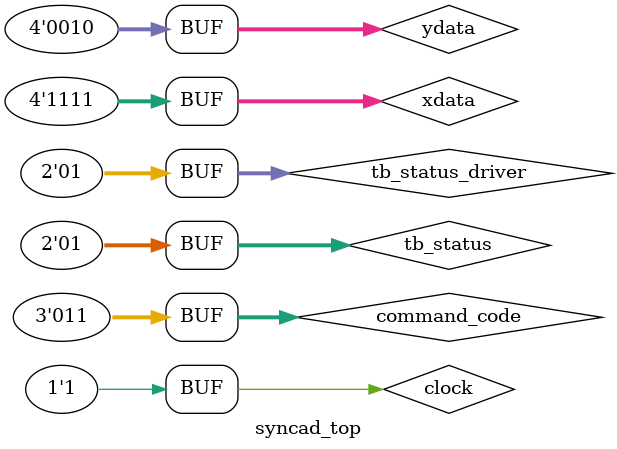
<source format=v>

`timescale 1ns / 1ps

module syncad_top;


wire [1:0] tb_status;
reg [1:0] tb_status_driver;
assign tb_status = tb_status_driver;
reg [2:0] command_code;
reg  clock;
reg [3:0] xdata;
reg [3:0] ydata;
wire [7:0] result;
wire  flagZ;
wire  flagO;
wire  flagN;

initial tb_status_driver = 1'b1; //diagram always running in auto-generated file

initial
  begin                  //SIGNAL command_code
        command_code = 3'h7;
      #127.000000                    // Abs Time: 127.000000
        command_code = 3'h2;
      #94.000000                    // Abs Time: 221.000000
        command_code = 3'h3;
      #98.000000                    // Abs Time: 319.000000
        ;
  end

initial
  begin                  //SIGNAL clock
        clock = 1'b0;
      #9.000000                    // Abs Time: 9.000000
        clock = 1'b1;
      #41.000000                    // Abs Time: 50.000000
        clock = 1'b0;
      #51.000000                    // Abs Time: 101.000000
        clock = 1'b1;
      #50.000000                    // Abs Time: 151.000000
        clock = 1'b0;
      #50.000000                    // Abs Time: 201.000000
        clock = 1'b1;
      #49.000000                    // Abs Time: 250.000000
        clock = 1'b0;
      #51.000000                    // Abs Time: 301.000000
        clock = 1'b1;
      #17.000000                    // Abs Time: 318.000000
        ;
  end

initial
  begin                  //SIGNAL xdata
        xdata = 4'h2;
      #87.000000                    // Abs Time: 87.000000
        xdata = 4'h9;
      #92.000000                    // Abs Time: 179.000000
        xdata = 4'h1;
      #92.000000                    // Abs Time: 271.000000
        xdata = 4'hf;
      #46.000000                    // Abs Time: 317.000000
        ;
  end

initial
  begin                  //SIGNAL ydata
        ydata = 4'h3;
      #86.000000                    // Abs Time: 86.000000
        ydata = 4'h4;
      #93.000000                    // Abs Time: 179.000000
        ydata = 4'h4;
      #52.000000                    // Abs Time: 231.000000
        ydata = 4'h2;
      #55.000000                    // Abs Time: 286.000000
        ydata = 4'h2;
      #31.000000                    // Abs Time: 317.000000
        ;
  end

ALU ALU(  .command_code ( command_code ),
  .clock ( clock ),
  .xdata ( xdata ),
  .ydata ( ydata ),
  .result ( result ),
  .flagZ ( flagZ ),
  .flagO ( flagO ),
  .flagN ( flagN ));

  initial
    begin
    end
endmodule


</source>
